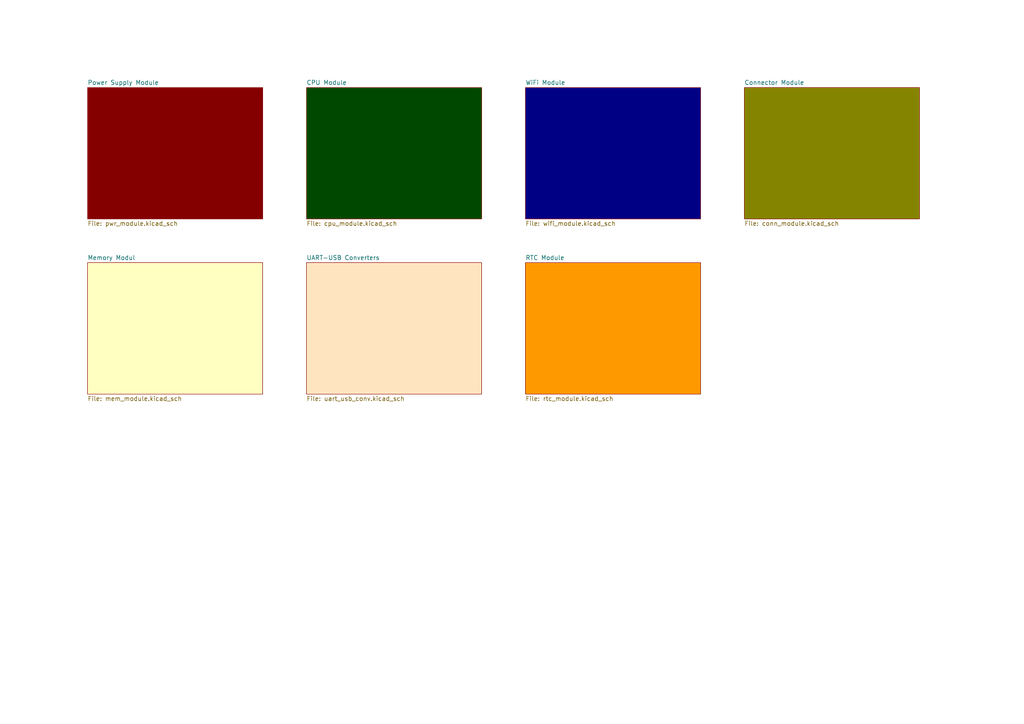
<source format=kicad_sch>
(kicad_sch
	(version 20231120)
	(generator "eeschema")
	(generator_version "8.0")
	(uuid "ee4e0941-1c36-4545-8b22-b979d73b3a97")
	(paper "A4")
	(title_block
		(title "MB02A1")
		(date "2025-01-18")
		(rev "A1")
	)
	(lib_symbols)
	(sheet
		(at 152.4 25.4)
		(size 50.8 38.1)
		(fields_autoplaced yes)
		(stroke
			(width 0.1524)
			(type solid)
		)
		(fill
			(color 0 0 132 1.0000)
		)
		(uuid "27869566-fa24-4e10-9012-10a05996ae4f")
		(property "Sheetname" "WiFi Module"
			(at 152.4 24.6884 0)
			(effects
				(font
					(size 1.27 1.27)
				)
				(justify left bottom)
			)
		)
		(property "Sheetfile" "wifi_module.kicad_sch"
			(at 152.4 64.0846 0)
			(effects
				(font
					(size 1.27 1.27)
				)
				(justify left top)
			)
		)
		(instances
			(project "mb02a1"
				(path "/ee4e0941-1c36-4545-8b22-b979d73b3a97"
					(page "6")
				)
			)
		)
	)
	(sheet
		(at 88.9 76.2)
		(size 50.8 38.1)
		(fields_autoplaced yes)
		(stroke
			(width 0.1524)
			(type solid)
		)
		(fill
			(color 255 229 191 1.0000)
		)
		(uuid "3d9b12b7-5d60-4d47-8c8e-90cbf46ce5f6")
		(property "Sheetname" "UART-USB Converters"
			(at 88.9 75.4884 0)
			(effects
				(font
					(size 1.27 1.27)
				)
				(justify left bottom)
			)
		)
		(property "Sheetfile" "uart_usb_conv.kicad_sch"
			(at 88.9 114.8846 0)
			(effects
				(font
					(size 1.27 1.27)
				)
				(justify left top)
			)
		)
		(instances
			(project "mb02a1"
				(path "/ee4e0941-1c36-4545-8b22-b979d73b3a97"
					(page "3")
				)
			)
		)
	)
	(sheet
		(at 152.4 76.2)
		(size 50.8 38.1)
		(fields_autoplaced yes)
		(stroke
			(width 0.1524)
			(type solid)
		)
		(fill
			(color 255 153 0 1.0000)
		)
		(uuid "745151e3-e35f-43de-a201-9fb61ea4fc9d")
		(property "Sheetname" "RTC Module"
			(at 152.4 75.4884 0)
			(effects
				(font
					(size 1.27 1.27)
				)
				(justify left bottom)
			)
		)
		(property "Sheetfile" "rtc_module.kicad_sch"
			(at 152.4 114.8846 0)
			(effects
				(font
					(size 1.27 1.27)
				)
				(justify left top)
			)
		)
		(instances
			(project "mb02a1"
				(path "/ee4e0941-1c36-4545-8b22-b979d73b3a97"
					(page "7")
				)
			)
		)
	)
	(sheet
		(at 215.9 25.4)
		(size 50.8 38.1)
		(fields_autoplaced yes)
		(stroke
			(width 0.1524)
			(type solid)
		)
		(fill
			(color 132 132 0 1.0000)
		)
		(uuid "8ff67ddf-6608-4294-a460-11103f32093f")
		(property "Sheetname" "Connector Module"
			(at 215.9 24.6884 0)
			(effects
				(font
					(size 1.27 1.27)
				)
				(justify left bottom)
			)
		)
		(property "Sheetfile" "conn_module.kicad_sch"
			(at 215.9 64.0846 0)
			(effects
				(font
					(size 1.27 1.27)
				)
				(justify left top)
			)
		)
		(instances
			(project "mb02a1"
				(path "/ee4e0941-1c36-4545-8b22-b979d73b3a97"
					(page "8")
				)
			)
		)
	)
	(sheet
		(at 88.9 25.4)
		(size 50.8 38.1)
		(fields_autoplaced yes)
		(stroke
			(width 0.1524)
			(type solid)
		)
		(fill
			(color 0 72 0 1.0000)
		)
		(uuid "aeb6b597-26fb-4829-a01f-c024d1928fdc")
		(property "Sheetname" "CPU Module"
			(at 88.9 24.6884 0)
			(effects
				(font
					(size 1.27 1.27)
				)
				(justify left bottom)
			)
		)
		(property "Sheetfile" "cpu_module.kicad_sch"
			(at 88.9 64.0846 0)
			(effects
				(font
					(size 1.27 1.27)
				)
				(justify left top)
			)
		)
		(instances
			(project "mb02a1"
				(path "/ee4e0941-1c36-4545-8b22-b979d73b3a97"
					(page "5")
				)
			)
		)
	)
	(sheet
		(at 25.4 76.2)
		(size 50.8 38.1)
		(fields_autoplaced yes)
		(stroke
			(width 0.1524)
			(type solid)
		)
		(fill
			(color 255 255 194 1.0000)
		)
		(uuid "b9c17cec-5b94-45c5-962d-af5c69f56587")
		(property "Sheetname" "Memory Modul"
			(at 25.4 75.4884 0)
			(effects
				(font
					(size 1.27 1.27)
				)
				(justify left bottom)
			)
		)
		(property "Sheetfile" "mem_module.kicad_sch"
			(at 25.4 114.8846 0)
			(effects
				(font
					(size 1.27 1.27)
				)
				(justify left top)
			)
		)
		(instances
			(project "mb02a1"
				(path "/ee4e0941-1c36-4545-8b22-b979d73b3a97"
					(page "4")
				)
			)
		)
	)
	(sheet
		(at 25.4 25.4)
		(size 50.8 38.1)
		(fields_autoplaced yes)
		(stroke
			(width 0.1524)
			(type solid)
		)
		(fill
			(color 132 0 0 1.0000)
		)
		(uuid "c17459ea-fd75-4a33-b501-4f0ee6f3a833")
		(property "Sheetname" "Power Supply Module"
			(at 25.4 24.6884 0)
			(effects
				(font
					(size 1.27 1.27)
				)
				(justify left bottom)
			)
		)
		(property "Sheetfile" "pwr_module.kicad_sch"
			(at 25.4 64.0846 0)
			(effects
				(font
					(size 1.27 1.27)
				)
				(justify left top)
			)
		)
		(instances
			(project "mb02a1"
				(path "/ee4e0941-1c36-4545-8b22-b979d73b3a97"
					(page "2")
				)
			)
		)
	)
	(sheet_instances
		(path "/"
			(page "1")
		)
	)
)

</source>
